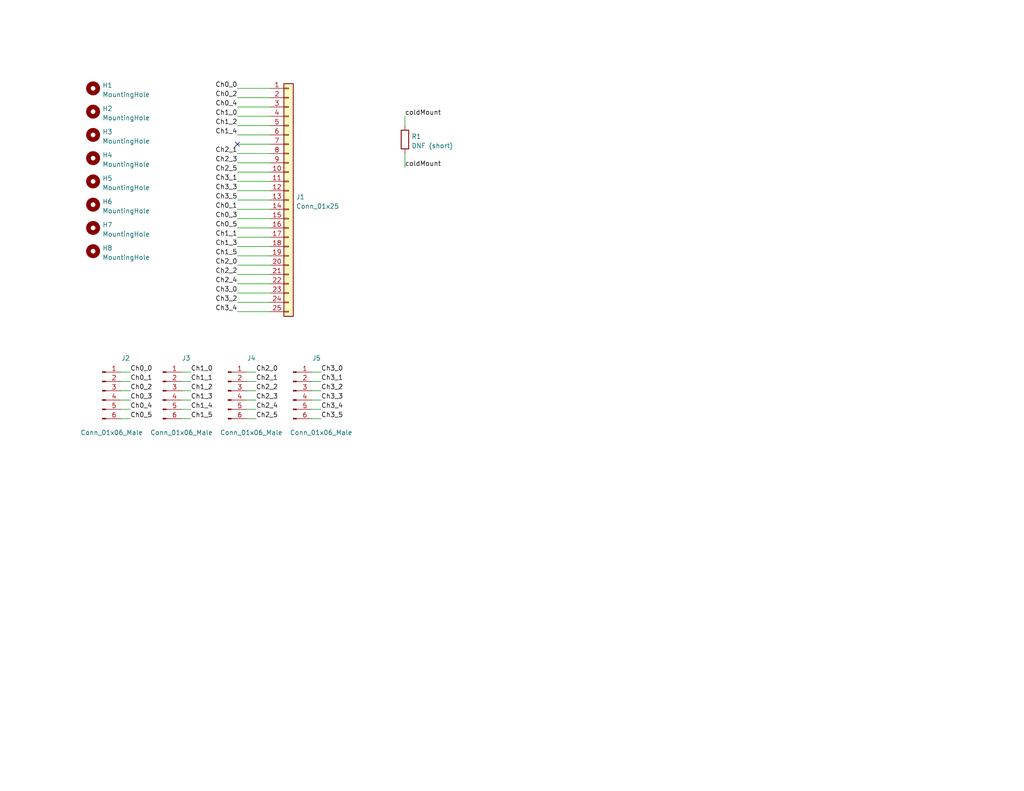
<source format=kicad_sch>
(kicad_sch (version 20211123) (generator eeschema)
  (paper "USLetter")
  (title_block (title "TcBox_template") (date "2024-07-29") (rev "v1.0") (company "Berkeley Lab") (comment 1 "Logan Foote, Tiffany Liu, RMDCarney"))
  (lib_symbols
    (symbol "Connector:Conn_01x06_Male" (pin_names (offset 1.016) hide)
      (property "Reference" "J" (at 0 7.62 0))
      (property "Value" "Conn_01x06_Male" (at 0 -10.16 0))
      (symbol "Conn_01x06_Male_1_1"
        (polyline (pts (xy 1.27 -7.62) (xy 0.8636 -7.62)) (stroke (width 0.1524)))
        (polyline (pts (xy 1.27 -5.08) (xy 0.8636 -5.08)) (stroke (width 0.1524)))
        (polyline (pts (xy 1.27 -2.54) (xy 0.8636 -2.54)) (stroke (width 0.1524)))
        (polyline (pts (xy 1.27 0) (xy 0.8636 0)) (stroke (width 0.1524)))
        (polyline (pts (xy 1.27 2.54) (xy 0.8636 2.54)) (stroke (width 0.1524)))
        (polyline (pts (xy 1.27 5.08) (xy 0.8636 5.08)) (stroke (width 0.1524)))
        (rectangle (start 0.8636 -7.493) (end 0 -7.747) (stroke (width 0.1524)) (fill (type outline)))
        (rectangle (start 0.8636 -4.953) (end 0 -5.207) (stroke (width 0.1524)) (fill (type outline)))
        (rectangle (start 0.8636 -2.413) (end 0 -2.667) (stroke (width 0.1524)) (fill (type outline)))
        (rectangle (start 0.8636 0.127) (end 0 -0.127) (stroke (width 0.1524)) (fill (type outline)))
        (rectangle (start 0.8636 2.667) (end 0 2.413) (stroke (width 0.1524)) (fill (type outline)))
        (rectangle (start 0.8636 5.207) (end 0 4.953) (stroke (width 0.1524)) (fill (type outline)))
        (pin passive line (at 5.08 5.08 180) (length 3.81) (name "Pin_1") (number "1"))
        (pin passive line (at 5.08 2.54 180) (length 3.81) (name "Pin_2") (number "2"))
        (pin passive line (at 5.08 0 180) (length 3.81) (name "Pin_3") (number "3"))
        (pin passive line (at 5.08 -2.54 180) (length 3.81) (name "Pin_4") (number "4"))
        (pin passive line (at 5.08 -5.08 180) (length 3.81) (name "Pin_5") (number "5"))
        (pin passive line (at 5.08 -7.62 180) (length 3.81) (name "Pin_6") (number "6"))
      )
    )
    (symbol "Connector_Generic:Conn_01x25" (pin_names (offset 1.016) hide)
      (property "Reference" "J" (at 0 33.02 0))
      (property "Value" "Conn_01x25" (at 0 -33.02 0))
      (symbol "Conn_01x25_1_1"
        (rectangle (start -1.27 -30.353) (end 0 -30.607) (stroke (width 0.1524)))
        (rectangle (start -1.27 -27.813) (end 0 -28.067) (stroke (width 0.1524)))
        (rectangle (start -1.27 -25.273) (end 0 -25.527) (stroke (width 0.1524)))
        (rectangle (start -1.27 -22.733) (end 0 -22.987) (stroke (width 0.1524)))
        (rectangle (start -1.27 -20.193) (end 0 -20.447) (stroke (width 0.1524)))
        (rectangle (start -1.27 -17.653) (end 0 -17.907) (stroke (width 0.1524)))
        (rectangle (start -1.27 -15.113) (end 0 -15.367) (stroke (width 0.1524)))
        (rectangle (start -1.27 -12.573) (end 0 -12.827) (stroke (width 0.1524)))
        (rectangle (start -1.27 -10.033) (end 0 -10.287) (stroke (width 0.1524)))
        (rectangle (start -1.27 -7.493) (end 0 -7.747) (stroke (width 0.1524)))
        (rectangle (start -1.27 -4.953) (end 0 -5.207) (stroke (width 0.1524)))
        (rectangle (start -1.27 -2.413) (end 0 -2.667) (stroke (width 0.1524)))
        (rectangle (start -1.27 0.127) (end 0 -0.127) (stroke (width 0.1524)))
        (rectangle (start -1.27 2.667) (end 0 2.413) (stroke (width 0.1524)))
        (rectangle (start -1.27 5.207) (end 0 4.953) (stroke (width 0.1524)))
        (rectangle (start -1.27 7.747) (end 0 7.493) (stroke (width 0.1524)))
        (rectangle (start -1.27 10.287) (end 0 10.033) (stroke (width 0.1524)))
        (rectangle (start -1.27 12.827) (end 0 12.573) (stroke (width 0.1524)))
        (rectangle (start -1.27 15.367) (end 0 15.113) (stroke (width 0.1524)))
        (rectangle (start -1.27 17.907) (end 0 17.653) (stroke (width 0.1524)))
        (rectangle (start -1.27 20.447) (end 0 20.193) (stroke (width 0.1524)))
        (rectangle (start -1.27 22.987) (end 0 22.733) (stroke (width 0.1524)))
        (rectangle (start -1.27 25.527) (end 0 25.273) (stroke (width 0.1524)))
        (rectangle (start -1.27 28.067) (end 0 27.813) (stroke (width 0.1524)))
        (rectangle (start -1.27 30.607) (end 0 30.353) (stroke (width 0.1524)))
        (rectangle (start -1.27 31.75) (end 1.27 -31.75) (stroke (width 0.254)) (fill (type background)))
        (pin passive line (at -5.08 30.48 0) (length 3.81) (name "Pin_1") (number "1"))
        (pin passive line (at -5.08 7.62 0) (length 3.81) (name "Pin_10") (number "10"))
        (pin passive line (at -5.08 5.08 0) (length 3.81) (name "Pin_11") (number "11"))
        (pin passive line (at -5.08 2.54 0) (length 3.81) (name "Pin_12") (number "12"))
        (pin passive line (at -5.08 0 0) (length 3.81) (name "Pin_13") (number "13"))
        (pin passive line (at -5.08 -2.54 0) (length 3.81) (name "Pin_14") (number "14"))
        (pin passive line (at -5.08 -5.08 0) (length 3.81) (name "Pin_15") (number "15"))
        (pin passive line (at -5.08 -7.62 0) (length 3.81) (name "Pin_16") (number "16"))
        (pin passive line (at -5.08 -10.16 0) (length 3.81) (name "Pin_17") (number "17"))
        (pin passive line (at -5.08 -12.7 0) (length 3.81) (name "Pin_18") (number "18"))
        (pin passive line (at -5.08 -15.24 0) (length 3.81) (name "Pin_19") (number "19"))
        (pin passive line (at -5.08 27.94 0) (length 3.81) (name "Pin_2") (number "2"))
        (pin passive line (at -5.08 -17.78 0) (length 3.81) (name "Pin_20") (number "20"))
        (pin passive line (at -5.08 -20.32 0) (length 3.81) (name "Pin_21") (number "21"))
        (pin passive line (at -5.08 -22.86 0) (length 3.81) (name "Pin_22") (number "22"))
        (pin passive line (at -5.08 -25.4 0) (length 3.81) (name "Pin_23") (number "23"))
        (pin passive line (at -5.08 -27.94 0) (length 3.81) (name "Pin_24") (number "24"))
        (pin passive line (at -5.08 -30.48 0) (length 3.81) (name "Pin_25") (number "25"))
        (pin passive line (at -5.08 25.4 0) (length 3.81) (name "Pin_3") (number "3"))
        (pin passive line (at -5.08 22.86 0) (length 3.81) (name "Pin_4") (number "4"))
        (pin passive line (at -5.08 20.32 0) (length 3.81) (name "Pin_5") (number "5"))
        (pin passive line (at -5.08 17.78 0) (length 3.81) (name "Pin_6") (number "6"))
        (pin passive line (at -5.08 15.24 0) (length 3.81) (name "Pin_7") (number "7"))
        (pin passive line (at -5.08 12.7 0) (length 3.81) (name "Pin_8") (number "8"))
        (pin passive line (at -5.08 10.16 0) (length 3.81) (name "Pin_9") (number "9"))
      )
    )
    (symbol "Device:R" (pin_numbers hide) (pin_names (offset 0))
      (property "Reference" "R" (at 2.032 0 90))
      (property "Value" "R" (at 0 0 90))
      (symbol "R_0_1"
        (rectangle (start -1.016 -2.54) (end 1.016 2.54) (stroke (width 0.254)))
      )
      (symbol "R_1_1"
        (pin passive line (at 0 3.81 270) (length 1.27) (name "~") (number "1"))
        (pin passive line (at 0 -3.81 90) (length 1.27) (name "~") (number "2"))
      )
    )
    (symbol "Mechanical:MountingHole" (pin_names (offset 1.016))
      (property "Reference" "H" (at 0 5.08 0))
      (property "Value" "MountingHole" (at 0 3.175 0))
      (symbol "MountingHole_0_1"
        (circle (center 0 0) (radius 1.27) (stroke (width 1.27)))
      )
    )
  )
  (no_connect (at 64.77 39.37))
  (wire (pts (xy 64.77 36.83) (xy 73.66 36.83)))
  (wire (pts (xy 49.53 111.76) (xy 52.07 111.76)))
  (wire (pts (xy 64.77 85.09) (xy 73.66 85.09)))
  (wire (pts (xy 67.31 106.68) (xy 69.85 106.68)))
  (wire (pts (xy 85.09 101.6) (xy 87.63 101.6)))
  (wire (pts (xy 64.77 34.29) (xy 73.66 34.29)))
  (wire (pts (xy 64.77 72.39) (xy 73.66 72.39)))
  (wire (pts (xy 67.31 104.14) (xy 69.85 104.14)))
  (wire (pts (xy 67.31 109.22) (xy 69.85 109.22)))
  (wire (pts (xy 64.77 69.85) (xy 73.66 69.85)))
  (wire (pts (xy 33.02 101.6) (xy 35.56 101.6)))
  (wire (pts (xy 64.77 54.61) (xy 73.66 54.61)))
  (wire (pts (xy 49.53 109.22) (xy 52.07 109.22)))
  (wire (pts (xy 64.77 80.01) (xy 73.66 80.01)))
  (wire (pts (xy 64.77 26.67) (xy 73.66 26.67)))
  (wire (pts (xy 33.02 109.22) (xy 35.56 109.22)))
  (wire (pts (xy 64.77 62.23) (xy 73.66 62.23)))
  (wire (pts (xy 67.31 111.76) (xy 69.85 111.76)))
  (wire (pts (xy 64.77 46.99) (xy 73.66 46.99)))
  (wire (pts (xy 64.77 77.47) (xy 73.66 77.47)))
  (wire (pts (xy 64.77 57.15) (xy 73.66 57.15)))
  (wire (pts (xy 110.49 41.91) (xy 110.49 45.72)))
  (wire (pts (xy 64.77 74.93) (xy 73.66 74.93)))
  (wire (pts (xy 33.02 111.76) (xy 35.56 111.76)))
  (wire (pts (xy 64.77 67.31) (xy 73.66 67.31)))
  (wire (pts (xy 64.77 44.45) (xy 73.66 44.45)))
  (wire (pts (xy 85.09 111.76) (xy 87.63 111.76)))
  (wire (pts (xy 49.53 104.14) (xy 52.07 104.14)))
  (wire (pts (xy 64.77 39.37) (xy 73.66 39.37)))
  (wire (pts (xy 64.77 49.53) (xy 73.66 49.53)))
  (wire (pts (xy 33.02 104.14) (xy 35.56 104.14)))
  (wire (pts (xy 64.77 31.75) (xy 73.66 31.75)))
  (wire (pts (xy 64.77 29.21) (xy 73.66 29.21)))
  (wire (pts (xy 85.09 114.3) (xy 87.63 114.3)))
  (wire (pts (xy 85.09 109.22) (xy 87.63 109.22)))
  (wire (pts (xy 67.31 114.3) (xy 69.85 114.3)))
  (wire (pts (xy 110.49 31.75) (xy 110.49 34.29)))
  (wire (pts (xy 67.31 101.6) (xy 69.85 101.6)))
  (wire (pts (xy 64.77 64.77) (xy 73.66 64.77)))
  (wire (pts (xy 64.77 41.91) (xy 73.66 41.91)))
  (wire (pts (xy 49.53 101.6) (xy 52.07 101.6)))
  (wire (pts (xy 64.77 59.69) (xy 73.66 59.69)))
  (wire (pts (xy 85.09 104.14) (xy 87.63 104.14)))
  (wire (pts (xy 49.53 106.68) (xy 52.07 106.68)))
  (wire (pts (xy 33.02 106.68) (xy 35.56 106.68)))
  (wire (pts (xy 85.09 106.68) (xy 87.63 106.68)))
  (wire (pts (xy 64.77 52.07) (xy 73.66 52.07)))
  (wire (pts (xy 33.02 114.3) (xy 35.56 114.3)))
  (wire (pts (xy 49.53 114.3) (xy 52.07 114.3)))
  (wire (pts (xy 64.77 82.55) (xy 73.66 82.55)))
  (wire (pts (xy 64.77 24.13) (xy 73.66 24.13)))
  (label "Ch1_1" (at 52.07 104.14 0))
  (label "Ch3_4" (at 64.77 85.09 180))
  (label "Ch1_1" (at 64.77 64.77 180))
  (label "Ch1_4" (at 64.77 36.83 180))
  (label "Ch3_3" (at 64.77 52.07 180))
  (label "Ch1_4" (at 52.07 111.76 0))
  (label "Ch1_0" (at 52.07 101.6 0))
  (label "Ch0_0" (at 35.56 101.6 0))
  (label "Ch3_5" (at 87.63 114.3 0))
  (label "Ch0_2" (at 35.56 106.68 0))
  (label "Ch3_5" (at 64.77 54.61 180))
  (label "Ch2_5" (at 64.77 46.99 180))
  (label "Ch2_2" (at 69.85 106.68 0))
  (label "Ch3_0" (at 87.63 101.6 0))
  (label "Ch1_2" (at 52.07 106.68 0))
  (label "Ch2_3" (at 64.77 44.45 180))
  (label "Ch2_0" (at 64.77 72.39 180))
  (label "Ch0_0" (at 64.77 24.13 180))
  (label "Ch0_5" (at 64.77 62.23 180))
  (label "Ch3_4" (at 87.63 111.76 0))
  (label "Ch3_1" (at 64.77 49.53 180))
  (label "Ch0_2" (at 64.77 26.67 180))
  (label "Ch3_2" (at 64.77 82.55 180))
  (label "Ch1_5" (at 52.07 114.3 0))
  (label "Ch2_1" (at 69.85 104.14 0))
  (label "Ch3_0" (at 64.77 80.01 180))
  (label "Ch1_5" (at 64.77 69.85 180))
  (label "coldMount" (at 110.49 31.75 0))
  (label "Ch2_4" (at 69.85 111.76 0))
  (label "Ch2_3" (at 69.85 109.22 0))
  (label "Ch0_1" (at 35.56 104.14 0))
  (label "Ch3_1" (at 87.63 104.14 0))
  (label "Ch2_5" (at 69.85 114.3 0))
  (label "Ch0_4" (at 64.77 29.21 180))
  (label "Ch1_3" (at 52.07 109.22 0))
  (label "Ch0_3" (at 35.56 109.22 0))
  (label "Ch0_5" (at 35.56 114.3 0))
  (label "Ch3_3" (at 87.63 109.22 0))
  (label "Ch0_1" (at 64.77 57.15 180))
  (label "coldMount" (at 110.49 45.72 0))
  (label "Ch2_1" (at 64.77 41.91 180))
  (label "Ch0_4" (at 35.56 111.76 0))
  (label "Ch1_3" (at 64.77 67.31 180))
  (label "Ch2_4" (at 64.77 77.47 180))
  (label "Ch1_0" (at 64.77 31.75 180))
  (label "Ch1_2" (at 64.77 34.29 180))
  (label "Ch0_3" (at 64.77 59.69 180))
  (label "Ch3_2" (at 87.63 106.68 0))
  (label "Ch2_2" (at 64.77 74.93 180))
  (label "Ch2_0" (at 69.85 101.6 0))
  (symbol (lib_id "Connector:Conn_01x06_Male") (at 62.23 106.68 0) (unit 1)
    (property "Reference" "J4" (at 68.58 97.79 0))
    (property "Value" "Conn_01x06_Male" (at 68.58 118.11 0))
    (property "Footprint" "coldMount_footprints_src:WB_pad_6ch" (effects hide))
  )
  (symbol (lib_id "Connector:Conn_01x06_Male") (at 80.01 106.68 0) (unit 1)
    (property "Reference" "J5" (at 86.36 97.79 0))
    (property "Value" "Conn_01x06_Male" (at 87.63 118.11 0))
    (property "Footprint" "coldMount_footprints_src:WB_pad_6ch" (effects hide))
  )
  (symbol (lib_id "Device:R") (at 110.49 38.1 0) (unit 1)
    (property "Reference" "R1" (at 112.268 37.2653 0) (effects (justify left)))
    (property "Value" "DNF (short)" (at 112.268 39.8022 0) (effects (justify left)))
    (property "Footprint" "coldMount_footprints_src:thruVia" (effects hide))
  )
  (symbol (lib_id "Mechanical:MountingHole") (at 25.4 55.88 0) (unit 1)
    (property "Reference" "H6" (at 27.94 55.0453 0) (effects (justify left)))
    (property "Value" "MountingHole" (at 27.94 57.5822 0) (effects (justify left)))
    (property "Footprint" "coldMount_footprints_src:4-40Clearance" (effects hide))
  )
  (symbol (lib_id "Mechanical:MountingHole") (at 25.4 43.18 0) (unit 1)
    (property "Reference" "H4" (at 27.94 42.3453 0) (effects (justify left)))
    (property "Value" "MountingHole" (at 27.94 44.8822 0) (effects (justify left)))
    (property "Footprint" "coldMount_footprints_src:4-40Clearance" (effects hide))
  )
  (symbol (lib_id "Mechanical:MountingHole") (at 25.4 68.58 0) (unit 1)
    (property "Reference" "H8" (at 27.94 67.7453 0) (effects (justify left)))
    (property "Value" "MountingHole" (at 27.94 70.2822 0) (effects (justify left)))
    (property "Footprint" "coldMount_footprints_src:4-40Clearance" (effects hide))
  )
  (symbol (lib_id "Connector:Conn_01x06_Male") (at 27.94 106.68 0) (unit 1)
    (property "Reference" "J2" (at 34.29 97.79 0))
    (property "Value" "Conn_01x06_Male" (at 30.48 118.11 0))
    (property "Footprint" "coldMount_footprints_src:WB_pad_6ch" (effects hide))
  )
  (symbol (lib_id "Mechanical:MountingHole") (at 25.4 24.13 0) (unit 1)
    (property "Reference" "H1" (at 27.94 23.2953 0) (effects (justify left)))
    (property "Value" "MountingHole" (at 27.94 25.8322 0) (effects (justify left)))
    (property "Footprint" "coldMount_footprints_src:4-40Clearance" (effects hide))
  )
  (symbol (lib_id "Mechanical:MountingHole") (at 25.4 49.53 0) (unit 1)
    (property "Reference" "H5" (at 27.94 48.6953 0) (effects (justify left)))
    (property "Value" "MountingHole" (at 27.94 51.2322 0) (effects (justify left)))
    (property "Footprint" "coldMount_footprints_src:4-40Clearance" (effects hide))
  )
  (symbol (lib_id "Mechanical:MountingHole") (at 25.4 62.23 0) (unit 1)
    (property "Reference" "H7" (at 27.94 61.3953 0) (effects (justify left)))
    (property "Value" "MountingHole" (at 27.94 63.9322 0) (effects (justify left)))
    (property "Footprint" "coldMount_footprints_src:4-40Clearance" (effects hide))
  )
  (symbol (lib_id "Mechanical:MountingHole") (at 25.4 36.83 0) (unit 1)
    (property "Reference" "H3" (at 27.94 35.9953 0) (effects (justify left)))
    (property "Value" "MountingHole" (at 27.94 38.5322 0) (effects (justify left)))
    (property "Footprint" "coldMount_footprints_src:4-40Clearance" (effects hide))
  )
  (symbol (lib_id "Connector_Generic:Conn_01x25") (at 78.74 54.61 0) (unit 1)
    (property "Reference" "J1" (at 80.772 53.7753 0) (effects (justify left)))
    (property "Value" "Conn_01x25" (at 80.772 56.3122 0) (effects (justify left)))
    (property "Footprint" "coldMount_footprints_src:MDM25-SBSP" (effects hide))
  )
  (symbol (lib_id "Connector:Conn_01x06_Male") (at 44.45 106.68 0) (unit 1)
    (property "Reference" "J3" (at 50.8 97.79 0))
    (property "Value" "Conn_01x06_Male" (at 49.53 118.11 0))
    (property "Footprint" "coldMount_footprints_src:WB_pad_6ch" (effects hide))
  )
  (symbol (lib_id "Mechanical:MountingHole") (at 25.4 30.48 0) (unit 1)
    (property "Reference" "H2" (at 27.94 29.6453 0) (effects (justify left)))
    (property "Value" "MountingHole" (at 27.94 32.1822 0) (effects (justify left)))
    (property "Footprint" "coldMount_footprints_src:4-40Clearance" (effects hide))
  )
)
</source>
